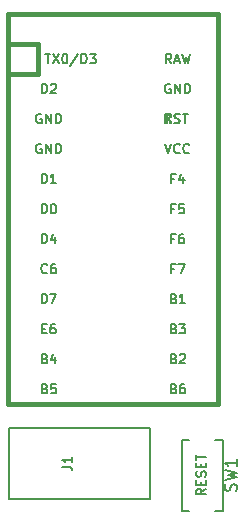
<source format=gto>
%TF.GenerationSoftware,KiCad,Pcbnew,(5.1.9)-1*%
%TF.CreationDate,2021-04-11T01:29:46-07:00*%
%TF.ProjectId,pyaa,70796161-2e6b-4696-9361-645f70636258,rev?*%
%TF.SameCoordinates,Original*%
%TF.FileFunction,Legend,Top*%
%TF.FilePolarity,Positive*%
%FSLAX46Y46*%
G04 Gerber Fmt 4.6, Leading zero omitted, Abs format (unit mm)*
G04 Created by KiCad (PCBNEW (5.1.9)-1) date 2021-04-11 01:29:46*
%MOMM*%
%LPD*%
G01*
G04 APERTURE LIST*
%ADD10C,0.150000*%
%ADD11C,0.381000*%
G04 APERTURE END LIST*
D10*
%TO.C,SW1*%
X99800000Y-134600000D02*
X99800000Y-128600000D01*
X96300000Y-128600000D02*
X96300000Y-134600000D01*
X99800000Y-134600000D02*
X99100000Y-134600000D01*
X96300000Y-134600000D02*
X96900000Y-134600000D01*
X96300000Y-128600000D02*
X96900000Y-128600000D01*
X99800000Y-128600000D02*
X99100000Y-128600000D01*
%TO.C,J1*%
X81650000Y-133600000D02*
X81650000Y-127600000D01*
X81650000Y-127600000D02*
X93650000Y-127600000D01*
X93650000Y-127600000D02*
X93650000Y-133600000D01*
X93650000Y-133600000D02*
X81650000Y-133600000D01*
D11*
%TO.C,U1*%
X81610000Y-95110000D02*
X81610000Y-125590000D01*
X81610000Y-125590000D02*
X99390000Y-125590000D01*
X99390000Y-125590000D02*
X99390000Y-95110000D01*
X84150000Y-95110000D02*
X84150000Y-97650000D01*
X84150000Y-97650000D02*
X81610000Y-97650000D01*
D10*
G36*
X95431568Y-100989360D02*
G01*
X95431568Y-101289360D01*
X95331568Y-101289360D01*
X95331568Y-100989360D01*
X95431568Y-100989360D01*
G37*
X95431568Y-100989360D02*
X95431568Y-101289360D01*
X95331568Y-101289360D01*
X95331568Y-100989360D01*
X95431568Y-100989360D01*
G36*
X95231568Y-101389360D02*
G01*
X95231568Y-101489360D01*
X95131568Y-101489360D01*
X95131568Y-101389360D01*
X95231568Y-101389360D01*
G37*
X95231568Y-101389360D02*
X95231568Y-101489360D01*
X95131568Y-101489360D01*
X95131568Y-101389360D01*
X95231568Y-101389360D01*
G36*
X95431568Y-100989360D02*
G01*
X95431568Y-101089360D01*
X94931568Y-101089360D01*
X94931568Y-100989360D01*
X95431568Y-100989360D01*
G37*
X95431568Y-100989360D02*
X95431568Y-101089360D01*
X94931568Y-101089360D01*
X94931568Y-100989360D01*
X95431568Y-100989360D01*
G36*
X95031568Y-100989360D02*
G01*
X95031568Y-101789360D01*
X94931568Y-101789360D01*
X94931568Y-100989360D01*
X95031568Y-100989360D01*
G37*
X95031568Y-100989360D02*
X95031568Y-101789360D01*
X94931568Y-101789360D01*
X94931568Y-100989360D01*
X95031568Y-100989360D01*
G36*
X95431568Y-101589360D02*
G01*
X95431568Y-101789360D01*
X95331568Y-101789360D01*
X95331568Y-101589360D01*
X95431568Y-101589360D01*
G37*
X95431568Y-101589360D02*
X95431568Y-101789360D01*
X95331568Y-101789360D01*
X95331568Y-101589360D01*
X95431568Y-101589360D01*
D11*
X99390000Y-95110000D02*
X99390000Y-92570000D01*
X99390000Y-92570000D02*
X81610000Y-92570000D01*
X81610000Y-92570000D02*
X81610000Y-95110000D01*
X84150000Y-95110000D02*
X81610000Y-95110000D01*
%TO.C,SW1*%
D10*
X100904761Y-132933333D02*
X100952380Y-132790476D01*
X100952380Y-132552380D01*
X100904761Y-132457142D01*
X100857142Y-132409523D01*
X100761904Y-132361904D01*
X100666666Y-132361904D01*
X100571428Y-132409523D01*
X100523809Y-132457142D01*
X100476190Y-132552380D01*
X100428571Y-132742857D01*
X100380952Y-132838095D01*
X100333333Y-132885714D01*
X100238095Y-132933333D01*
X100142857Y-132933333D01*
X100047619Y-132885714D01*
X100000000Y-132838095D01*
X99952380Y-132742857D01*
X99952380Y-132504761D01*
X100000000Y-132361904D01*
X99952380Y-132028571D02*
X100952380Y-131790476D01*
X100238095Y-131600000D01*
X100952380Y-131409523D01*
X99952380Y-131171428D01*
X100952380Y-130266666D02*
X100952380Y-130838095D01*
X100952380Y-130552380D02*
X99952380Y-130552380D01*
X100095238Y-130647619D01*
X100190476Y-130742857D01*
X100238095Y-130838095D01*
X98361904Y-132761904D02*
X97980952Y-133028571D01*
X98361904Y-133219047D02*
X97561904Y-133219047D01*
X97561904Y-132914285D01*
X97600000Y-132838095D01*
X97638095Y-132800000D01*
X97714285Y-132761904D01*
X97828571Y-132761904D01*
X97904761Y-132800000D01*
X97942857Y-132838095D01*
X97980952Y-132914285D01*
X97980952Y-133219047D01*
X97942857Y-132419047D02*
X97942857Y-132152380D01*
X98361904Y-132038095D02*
X98361904Y-132419047D01*
X97561904Y-132419047D01*
X97561904Y-132038095D01*
X98323809Y-131733333D02*
X98361904Y-131619047D01*
X98361904Y-131428571D01*
X98323809Y-131352380D01*
X98285714Y-131314285D01*
X98209523Y-131276190D01*
X98133333Y-131276190D01*
X98057142Y-131314285D01*
X98019047Y-131352380D01*
X97980952Y-131428571D01*
X97942857Y-131580952D01*
X97904761Y-131657142D01*
X97866666Y-131695238D01*
X97790476Y-131733333D01*
X97714285Y-131733333D01*
X97638095Y-131695238D01*
X97600000Y-131657142D01*
X97561904Y-131580952D01*
X97561904Y-131390476D01*
X97600000Y-131276190D01*
X97942857Y-130933333D02*
X97942857Y-130666666D01*
X98361904Y-130552380D02*
X98361904Y-130933333D01*
X97561904Y-130933333D01*
X97561904Y-130552380D01*
X97561904Y-130323809D02*
X97561904Y-129866666D01*
X98361904Y-130095238D02*
X97561904Y-130095238D01*
%TO.C,J1*%
X86211904Y-130866666D02*
X86783333Y-130866666D01*
X86897619Y-130904761D01*
X86973809Y-130980952D01*
X87011904Y-131095238D01*
X87011904Y-131171428D01*
X87011904Y-130066666D02*
X87011904Y-130523809D01*
X87011904Y-130295238D02*
X86211904Y-130295238D01*
X86326190Y-130371428D01*
X86402380Y-130447619D01*
X86440476Y-130523809D01*
%TO.C,U1*%
X95637190Y-121722857D02*
X95751476Y-121760952D01*
X95789571Y-121799047D01*
X95827666Y-121875238D01*
X95827666Y-121989523D01*
X95789571Y-122065714D01*
X95751476Y-122103809D01*
X95675285Y-122141904D01*
X95370523Y-122141904D01*
X95370523Y-121341904D01*
X95637190Y-121341904D01*
X95713380Y-121380000D01*
X95751476Y-121418095D01*
X95789571Y-121494285D01*
X95789571Y-121570476D01*
X95751476Y-121646666D01*
X95713380Y-121684761D01*
X95637190Y-121722857D01*
X95370523Y-121722857D01*
X96132428Y-121418095D02*
X96170523Y-121380000D01*
X96246714Y-121341904D01*
X96437190Y-121341904D01*
X96513380Y-121380000D01*
X96551476Y-121418095D01*
X96589571Y-121494285D01*
X96589571Y-121570476D01*
X96551476Y-121684761D01*
X96094333Y-122141904D01*
X96589571Y-122141904D01*
X95694333Y-114102857D02*
X95427666Y-114102857D01*
X95427666Y-114521904D02*
X95427666Y-113721904D01*
X95808619Y-113721904D01*
X96037190Y-113721904D02*
X96570523Y-113721904D01*
X96227666Y-114521904D01*
X95694333Y-111562857D02*
X95427666Y-111562857D01*
X95427666Y-111981904D02*
X95427666Y-111181904D01*
X95808619Y-111181904D01*
X96456238Y-111181904D02*
X96303857Y-111181904D01*
X96227666Y-111220000D01*
X96189571Y-111258095D01*
X96113380Y-111372380D01*
X96075285Y-111524761D01*
X96075285Y-111829523D01*
X96113380Y-111905714D01*
X96151476Y-111943809D01*
X96227666Y-111981904D01*
X96380047Y-111981904D01*
X96456238Y-111943809D01*
X96494333Y-111905714D01*
X96532428Y-111829523D01*
X96532428Y-111639047D01*
X96494333Y-111562857D01*
X96456238Y-111524761D01*
X96380047Y-111486666D01*
X96227666Y-111486666D01*
X96151476Y-111524761D01*
X96113380Y-111562857D01*
X96075285Y-111639047D01*
X95694333Y-109022857D02*
X95427666Y-109022857D01*
X95427666Y-109441904D02*
X95427666Y-108641904D01*
X95808619Y-108641904D01*
X96494333Y-108641904D02*
X96113380Y-108641904D01*
X96075285Y-109022857D01*
X96113380Y-108984761D01*
X96189571Y-108946666D01*
X96380047Y-108946666D01*
X96456238Y-108984761D01*
X96494333Y-109022857D01*
X96532428Y-109099047D01*
X96532428Y-109289523D01*
X96494333Y-109365714D01*
X96456238Y-109403809D01*
X96380047Y-109441904D01*
X96189571Y-109441904D01*
X96113380Y-109403809D01*
X96075285Y-109365714D01*
X95408619Y-96741904D02*
X95141952Y-96360952D01*
X94951476Y-96741904D02*
X94951476Y-95941904D01*
X95256238Y-95941904D01*
X95332428Y-95980000D01*
X95370523Y-96018095D01*
X95408619Y-96094285D01*
X95408619Y-96208571D01*
X95370523Y-96284761D01*
X95332428Y-96322857D01*
X95256238Y-96360952D01*
X94951476Y-96360952D01*
X95713380Y-96513333D02*
X96094333Y-96513333D01*
X95637190Y-96741904D02*
X95903857Y-95941904D01*
X96170523Y-96741904D01*
X96361000Y-95941904D02*
X96551476Y-96741904D01*
X96703857Y-96170476D01*
X96856238Y-96741904D01*
X97046714Y-95941904D01*
X95351476Y-98520000D02*
X95275285Y-98481904D01*
X95161000Y-98481904D01*
X95046714Y-98520000D01*
X94970523Y-98596190D01*
X94932428Y-98672380D01*
X94894333Y-98824761D01*
X94894333Y-98939047D01*
X94932428Y-99091428D01*
X94970523Y-99167619D01*
X95046714Y-99243809D01*
X95161000Y-99281904D01*
X95237190Y-99281904D01*
X95351476Y-99243809D01*
X95389571Y-99205714D01*
X95389571Y-98939047D01*
X95237190Y-98939047D01*
X95732428Y-99281904D02*
X95732428Y-98481904D01*
X96189571Y-99281904D01*
X96189571Y-98481904D01*
X96570523Y-99281904D02*
X96570523Y-98481904D01*
X96761000Y-98481904D01*
X96875285Y-98520000D01*
X96951476Y-98596190D01*
X96989571Y-98672380D01*
X97027666Y-98824761D01*
X97027666Y-98939047D01*
X96989571Y-99091428D01*
X96951476Y-99167619D01*
X96875285Y-99243809D01*
X96761000Y-99281904D01*
X96570523Y-99281904D01*
X95699786Y-101753809D02*
X95814072Y-101791904D01*
X96004548Y-101791904D01*
X96080739Y-101753809D01*
X96118834Y-101715714D01*
X96156929Y-101639523D01*
X96156929Y-101563333D01*
X96118834Y-101487142D01*
X96080739Y-101449047D01*
X96004548Y-101410952D01*
X95852167Y-101372857D01*
X95775977Y-101334761D01*
X95737881Y-101296666D01*
X95699786Y-101220476D01*
X95699786Y-101144285D01*
X95737881Y-101068095D01*
X95775977Y-101030000D01*
X95852167Y-100991904D01*
X96042643Y-100991904D01*
X96156929Y-101030000D01*
X96385500Y-100991904D02*
X96842643Y-100991904D01*
X96614072Y-101791904D02*
X96614072Y-100991904D01*
X94894333Y-103561904D02*
X95161000Y-104361904D01*
X95427666Y-103561904D01*
X96151476Y-104285714D02*
X96113380Y-104323809D01*
X95999095Y-104361904D01*
X95922904Y-104361904D01*
X95808619Y-104323809D01*
X95732428Y-104247619D01*
X95694333Y-104171428D01*
X95656238Y-104019047D01*
X95656238Y-103904761D01*
X95694333Y-103752380D01*
X95732428Y-103676190D01*
X95808619Y-103600000D01*
X95922904Y-103561904D01*
X95999095Y-103561904D01*
X96113380Y-103600000D01*
X96151476Y-103638095D01*
X96951476Y-104285714D02*
X96913380Y-104323809D01*
X96799095Y-104361904D01*
X96722904Y-104361904D01*
X96608619Y-104323809D01*
X96532428Y-104247619D01*
X96494333Y-104171428D01*
X96456238Y-104019047D01*
X96456238Y-103904761D01*
X96494333Y-103752380D01*
X96532428Y-103676190D01*
X96608619Y-103600000D01*
X96722904Y-103561904D01*
X96799095Y-103561904D01*
X96913380Y-103600000D01*
X96951476Y-103638095D01*
X95694333Y-106482857D02*
X95427666Y-106482857D01*
X95427666Y-106901904D02*
X95427666Y-106101904D01*
X95808619Y-106101904D01*
X96456238Y-106368571D02*
X96456238Y-106901904D01*
X96265761Y-106063809D02*
X96075285Y-106635238D01*
X96570523Y-106635238D01*
X95637190Y-116642857D02*
X95751476Y-116680952D01*
X95789571Y-116719047D01*
X95827666Y-116795238D01*
X95827666Y-116909523D01*
X95789571Y-116985714D01*
X95751476Y-117023809D01*
X95675285Y-117061904D01*
X95370523Y-117061904D01*
X95370523Y-116261904D01*
X95637190Y-116261904D01*
X95713380Y-116300000D01*
X95751476Y-116338095D01*
X95789571Y-116414285D01*
X95789571Y-116490476D01*
X95751476Y-116566666D01*
X95713380Y-116604761D01*
X95637190Y-116642857D01*
X95370523Y-116642857D01*
X96589571Y-117061904D02*
X96132428Y-117061904D01*
X96361000Y-117061904D02*
X96361000Y-116261904D01*
X96284809Y-116376190D01*
X96208619Y-116452380D01*
X96132428Y-116490476D01*
X95637190Y-119182857D02*
X95751476Y-119220952D01*
X95789571Y-119259047D01*
X95827666Y-119335238D01*
X95827666Y-119449523D01*
X95789571Y-119525714D01*
X95751476Y-119563809D01*
X95675285Y-119601904D01*
X95370523Y-119601904D01*
X95370523Y-118801904D01*
X95637190Y-118801904D01*
X95713380Y-118840000D01*
X95751476Y-118878095D01*
X95789571Y-118954285D01*
X95789571Y-119030476D01*
X95751476Y-119106666D01*
X95713380Y-119144761D01*
X95637190Y-119182857D01*
X95370523Y-119182857D01*
X96094333Y-118801904D02*
X96589571Y-118801904D01*
X96322904Y-119106666D01*
X96437190Y-119106666D01*
X96513380Y-119144761D01*
X96551476Y-119182857D01*
X96589571Y-119259047D01*
X96589571Y-119449523D01*
X96551476Y-119525714D01*
X96513380Y-119563809D01*
X96437190Y-119601904D01*
X96208619Y-119601904D01*
X96132428Y-119563809D01*
X96094333Y-119525714D01*
X95637190Y-124262857D02*
X95751476Y-124300952D01*
X95789571Y-124339047D01*
X95827666Y-124415238D01*
X95827666Y-124529523D01*
X95789571Y-124605714D01*
X95751476Y-124643809D01*
X95675285Y-124681904D01*
X95370523Y-124681904D01*
X95370523Y-123881904D01*
X95637190Y-123881904D01*
X95713380Y-123920000D01*
X95751476Y-123958095D01*
X95789571Y-124034285D01*
X95789571Y-124110476D01*
X95751476Y-124186666D01*
X95713380Y-124224761D01*
X95637190Y-124262857D01*
X95370523Y-124262857D01*
X96513380Y-123881904D02*
X96361000Y-123881904D01*
X96284809Y-123920000D01*
X96246714Y-123958095D01*
X96170523Y-124072380D01*
X96132428Y-124224761D01*
X96132428Y-124529523D01*
X96170523Y-124605714D01*
X96208619Y-124643809D01*
X96284809Y-124681904D01*
X96437190Y-124681904D01*
X96513380Y-124643809D01*
X96551476Y-124605714D01*
X96589571Y-124529523D01*
X96589571Y-124339047D01*
X96551476Y-124262857D01*
X96513380Y-124224761D01*
X96437190Y-124186666D01*
X96284809Y-124186666D01*
X96208619Y-124224761D01*
X96170523Y-124262857D01*
X96132428Y-124339047D01*
X84715190Y-124262857D02*
X84829476Y-124300952D01*
X84867571Y-124339047D01*
X84905666Y-124415238D01*
X84905666Y-124529523D01*
X84867571Y-124605714D01*
X84829476Y-124643809D01*
X84753285Y-124681904D01*
X84448523Y-124681904D01*
X84448523Y-123881904D01*
X84715190Y-123881904D01*
X84791380Y-123920000D01*
X84829476Y-123958095D01*
X84867571Y-124034285D01*
X84867571Y-124110476D01*
X84829476Y-124186666D01*
X84791380Y-124224761D01*
X84715190Y-124262857D01*
X84448523Y-124262857D01*
X85629476Y-123881904D02*
X85248523Y-123881904D01*
X85210428Y-124262857D01*
X85248523Y-124224761D01*
X85324714Y-124186666D01*
X85515190Y-124186666D01*
X85591380Y-124224761D01*
X85629476Y-124262857D01*
X85667571Y-124339047D01*
X85667571Y-124529523D01*
X85629476Y-124605714D01*
X85591380Y-124643809D01*
X85515190Y-124681904D01*
X85324714Y-124681904D01*
X85248523Y-124643809D01*
X85210428Y-124605714D01*
X84715190Y-121722857D02*
X84829476Y-121760952D01*
X84867571Y-121799047D01*
X84905666Y-121875238D01*
X84905666Y-121989523D01*
X84867571Y-122065714D01*
X84829476Y-122103809D01*
X84753285Y-122141904D01*
X84448523Y-122141904D01*
X84448523Y-121341904D01*
X84715190Y-121341904D01*
X84791380Y-121380000D01*
X84829476Y-121418095D01*
X84867571Y-121494285D01*
X84867571Y-121570476D01*
X84829476Y-121646666D01*
X84791380Y-121684761D01*
X84715190Y-121722857D01*
X84448523Y-121722857D01*
X85591380Y-121608571D02*
X85591380Y-122141904D01*
X85400904Y-121303809D02*
X85210428Y-121875238D01*
X85705666Y-121875238D01*
X84486619Y-119182857D02*
X84753285Y-119182857D01*
X84867571Y-119601904D02*
X84486619Y-119601904D01*
X84486619Y-118801904D01*
X84867571Y-118801904D01*
X85553285Y-118801904D02*
X85400904Y-118801904D01*
X85324714Y-118840000D01*
X85286619Y-118878095D01*
X85210428Y-118992380D01*
X85172333Y-119144761D01*
X85172333Y-119449523D01*
X85210428Y-119525714D01*
X85248523Y-119563809D01*
X85324714Y-119601904D01*
X85477095Y-119601904D01*
X85553285Y-119563809D01*
X85591380Y-119525714D01*
X85629476Y-119449523D01*
X85629476Y-119259047D01*
X85591380Y-119182857D01*
X85553285Y-119144761D01*
X85477095Y-119106666D01*
X85324714Y-119106666D01*
X85248523Y-119144761D01*
X85210428Y-119182857D01*
X85172333Y-119259047D01*
X84448523Y-117061904D02*
X84448523Y-116261904D01*
X84639000Y-116261904D01*
X84753285Y-116300000D01*
X84829476Y-116376190D01*
X84867571Y-116452380D01*
X84905666Y-116604761D01*
X84905666Y-116719047D01*
X84867571Y-116871428D01*
X84829476Y-116947619D01*
X84753285Y-117023809D01*
X84639000Y-117061904D01*
X84448523Y-117061904D01*
X85172333Y-116261904D02*
X85705666Y-116261904D01*
X85362809Y-117061904D01*
X84905666Y-114445714D02*
X84867571Y-114483809D01*
X84753285Y-114521904D01*
X84677095Y-114521904D01*
X84562809Y-114483809D01*
X84486619Y-114407619D01*
X84448523Y-114331428D01*
X84410428Y-114179047D01*
X84410428Y-114064761D01*
X84448523Y-113912380D01*
X84486619Y-113836190D01*
X84562809Y-113760000D01*
X84677095Y-113721904D01*
X84753285Y-113721904D01*
X84867571Y-113760000D01*
X84905666Y-113798095D01*
X85591380Y-113721904D02*
X85439000Y-113721904D01*
X85362809Y-113760000D01*
X85324714Y-113798095D01*
X85248523Y-113912380D01*
X85210428Y-114064761D01*
X85210428Y-114369523D01*
X85248523Y-114445714D01*
X85286619Y-114483809D01*
X85362809Y-114521904D01*
X85515190Y-114521904D01*
X85591380Y-114483809D01*
X85629476Y-114445714D01*
X85667571Y-114369523D01*
X85667571Y-114179047D01*
X85629476Y-114102857D01*
X85591380Y-114064761D01*
X85515190Y-114026666D01*
X85362809Y-114026666D01*
X85286619Y-114064761D01*
X85248523Y-114102857D01*
X85210428Y-114179047D01*
X84448523Y-111981904D02*
X84448523Y-111181904D01*
X84639000Y-111181904D01*
X84753285Y-111220000D01*
X84829476Y-111296190D01*
X84867571Y-111372380D01*
X84905666Y-111524761D01*
X84905666Y-111639047D01*
X84867571Y-111791428D01*
X84829476Y-111867619D01*
X84753285Y-111943809D01*
X84639000Y-111981904D01*
X84448523Y-111981904D01*
X85591380Y-111448571D02*
X85591380Y-111981904D01*
X85400904Y-111143809D02*
X85210428Y-111715238D01*
X85705666Y-111715238D01*
X84429476Y-101060000D02*
X84353285Y-101021904D01*
X84239000Y-101021904D01*
X84124714Y-101060000D01*
X84048523Y-101136190D01*
X84010428Y-101212380D01*
X83972333Y-101364761D01*
X83972333Y-101479047D01*
X84010428Y-101631428D01*
X84048523Y-101707619D01*
X84124714Y-101783809D01*
X84239000Y-101821904D01*
X84315190Y-101821904D01*
X84429476Y-101783809D01*
X84467571Y-101745714D01*
X84467571Y-101479047D01*
X84315190Y-101479047D01*
X84810428Y-101821904D02*
X84810428Y-101021904D01*
X85267571Y-101821904D01*
X85267571Y-101021904D01*
X85648523Y-101821904D02*
X85648523Y-101021904D01*
X85839000Y-101021904D01*
X85953285Y-101060000D01*
X86029476Y-101136190D01*
X86067571Y-101212380D01*
X86105666Y-101364761D01*
X86105666Y-101479047D01*
X86067571Y-101631428D01*
X86029476Y-101707619D01*
X85953285Y-101783809D01*
X85839000Y-101821904D01*
X85648523Y-101821904D01*
X84429476Y-103600000D02*
X84353285Y-103561904D01*
X84239000Y-103561904D01*
X84124714Y-103600000D01*
X84048523Y-103676190D01*
X84010428Y-103752380D01*
X83972333Y-103904761D01*
X83972333Y-104019047D01*
X84010428Y-104171428D01*
X84048523Y-104247619D01*
X84124714Y-104323809D01*
X84239000Y-104361904D01*
X84315190Y-104361904D01*
X84429476Y-104323809D01*
X84467571Y-104285714D01*
X84467571Y-104019047D01*
X84315190Y-104019047D01*
X84810428Y-104361904D02*
X84810428Y-103561904D01*
X85267571Y-104361904D01*
X85267571Y-103561904D01*
X85648523Y-104361904D02*
X85648523Y-103561904D01*
X85839000Y-103561904D01*
X85953285Y-103600000D01*
X86029476Y-103676190D01*
X86067571Y-103752380D01*
X86105666Y-103904761D01*
X86105666Y-104019047D01*
X86067571Y-104171428D01*
X86029476Y-104247619D01*
X85953285Y-104323809D01*
X85839000Y-104361904D01*
X85648523Y-104361904D01*
X84448523Y-106901904D02*
X84448523Y-106101904D01*
X84639000Y-106101904D01*
X84753285Y-106140000D01*
X84829476Y-106216190D01*
X84867571Y-106292380D01*
X84905666Y-106444761D01*
X84905666Y-106559047D01*
X84867571Y-106711428D01*
X84829476Y-106787619D01*
X84753285Y-106863809D01*
X84639000Y-106901904D01*
X84448523Y-106901904D01*
X85667571Y-106901904D02*
X85210428Y-106901904D01*
X85439000Y-106901904D02*
X85439000Y-106101904D01*
X85362809Y-106216190D01*
X85286619Y-106292380D01*
X85210428Y-106330476D01*
X84448523Y-109441904D02*
X84448523Y-108641904D01*
X84639000Y-108641904D01*
X84753285Y-108680000D01*
X84829476Y-108756190D01*
X84867571Y-108832380D01*
X84905666Y-108984761D01*
X84905666Y-109099047D01*
X84867571Y-109251428D01*
X84829476Y-109327619D01*
X84753285Y-109403809D01*
X84639000Y-109441904D01*
X84448523Y-109441904D01*
X85400904Y-108641904D02*
X85477095Y-108641904D01*
X85553285Y-108680000D01*
X85591380Y-108718095D01*
X85629476Y-108794285D01*
X85667571Y-108946666D01*
X85667571Y-109137142D01*
X85629476Y-109289523D01*
X85591380Y-109365714D01*
X85553285Y-109403809D01*
X85477095Y-109441904D01*
X85400904Y-109441904D01*
X85324714Y-109403809D01*
X85286619Y-109365714D01*
X85248523Y-109289523D01*
X85210428Y-109137142D01*
X85210428Y-108946666D01*
X85248523Y-108794285D01*
X85286619Y-108718095D01*
X85324714Y-108680000D01*
X85400904Y-108641904D01*
X84448523Y-99281904D02*
X84448523Y-98481904D01*
X84639000Y-98481904D01*
X84753285Y-98520000D01*
X84829476Y-98596190D01*
X84867571Y-98672380D01*
X84905666Y-98824761D01*
X84905666Y-98939047D01*
X84867571Y-99091428D01*
X84829476Y-99167619D01*
X84753285Y-99243809D01*
X84639000Y-99281904D01*
X84448523Y-99281904D01*
X85210428Y-98558095D02*
X85248523Y-98520000D01*
X85324714Y-98481904D01*
X85515190Y-98481904D01*
X85591380Y-98520000D01*
X85629476Y-98558095D01*
X85667571Y-98634285D01*
X85667571Y-98710476D01*
X85629476Y-98824761D01*
X85172333Y-99281904D01*
X85667571Y-99281904D01*
X84737651Y-95941904D02*
X85194794Y-95941904D01*
X84966223Y-96741904D02*
X84966223Y-95941904D01*
X85385270Y-95941904D02*
X85918604Y-96741904D01*
X85918604Y-95941904D02*
X85385270Y-96741904D01*
X86375747Y-95941904D02*
X86451937Y-95941904D01*
X86528128Y-95980000D01*
X86566223Y-96018095D01*
X86604318Y-96094285D01*
X86642413Y-96246666D01*
X86642413Y-96437142D01*
X86604318Y-96589523D01*
X86566223Y-96665714D01*
X86528128Y-96703809D01*
X86451937Y-96741904D01*
X86375747Y-96741904D01*
X86299556Y-96703809D01*
X86261461Y-96665714D01*
X86223366Y-96589523D01*
X86185270Y-96437142D01*
X86185270Y-96246666D01*
X86223366Y-96094285D01*
X86261461Y-96018095D01*
X86299556Y-95980000D01*
X86375747Y-95941904D01*
X87556699Y-95903809D02*
X86870985Y-96932380D01*
X87823366Y-96741904D02*
X87823366Y-95941904D01*
X88013842Y-95941904D01*
X88128128Y-95980000D01*
X88204318Y-96056190D01*
X88242413Y-96132380D01*
X88280508Y-96284761D01*
X88280508Y-96399047D01*
X88242413Y-96551428D01*
X88204318Y-96627619D01*
X88128128Y-96703809D01*
X88013842Y-96741904D01*
X87823366Y-96741904D01*
X88547175Y-95941904D02*
X89042413Y-95941904D01*
X88775747Y-96246666D01*
X88890032Y-96246666D01*
X88966223Y-96284761D01*
X89004318Y-96322857D01*
X89042413Y-96399047D01*
X89042413Y-96589523D01*
X89004318Y-96665714D01*
X88966223Y-96703809D01*
X88890032Y-96741904D01*
X88661461Y-96741904D01*
X88585270Y-96703809D01*
X88547175Y-96665714D01*
%TD*%
M02*

</source>
